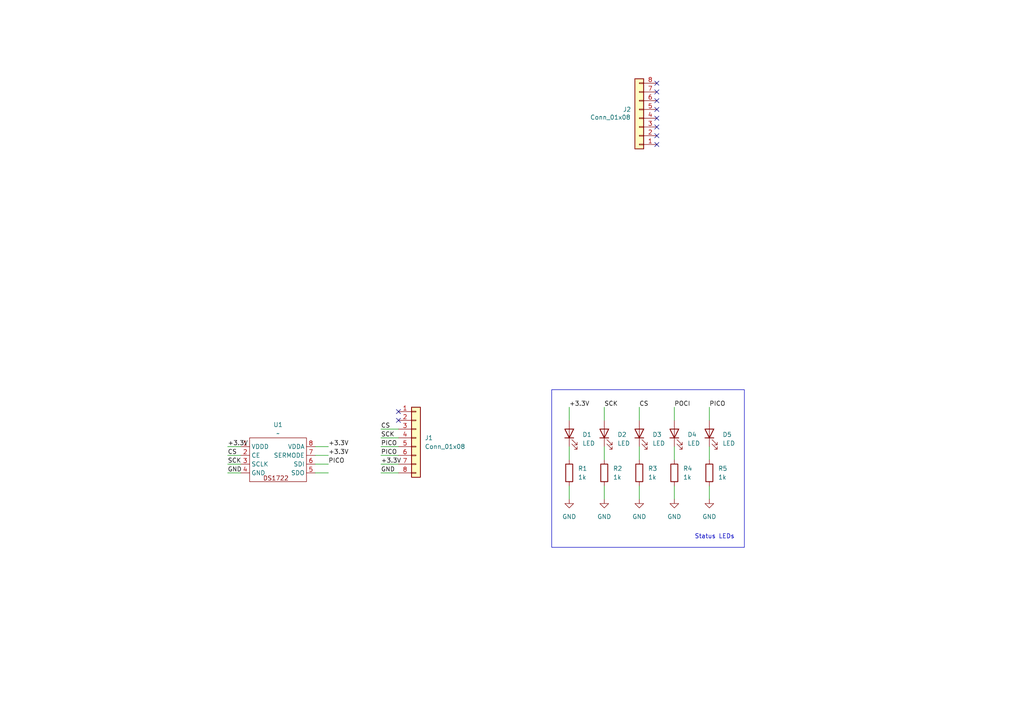
<source format=kicad_sch>
(kicad_sch (version 20231120) (generator "eeschema") (generator_version "8.0")
  (paper "A4")
  (title_block (title "Interface to DS1722") (date "2024-10-1") (rev "v01") (comment 1 "Author: Troy Kaufman"))
  (lib_symbols
    (symbol "Connector_Generic:Conn_01x08" (pin_names (offset 1.016) hide)
      (property "Reference" "J" (at 0 10.16 0))
      (property "Value" "Conn_01x08" (at 0 -12.7 0))
      (symbol "Conn_01x08_1_1"
        (rectangle (start -1.27 -10.033) (end 0 -10.287) (stroke (width 0.1524)))
        (rectangle (start -1.27 -7.493) (end 0 -7.747) (stroke (width 0.1524)))
        (rectangle (start -1.27 -4.953) (end 0 -5.207) (stroke (width 0.1524)))
        (rectangle (start -1.27 -2.413) (end 0 -2.667) (stroke (width 0.1524)))
        (rectangle (start -1.27 0.127) (end 0 -0.127) (stroke (width 0.1524)))
        (rectangle (start -1.27 2.667) (end 0 2.413) (stroke (width 0.1524)))
        (rectangle (start -1.27 5.207) (end 0 4.953) (stroke (width 0.1524)))
        (rectangle (start -1.27 7.747) (end 0 7.493) (stroke (width 0.1524)))
        (rectangle (start -1.27 8.89) (end 1.27 -11.43) (stroke (width 0.254)) (fill (type background)))
        (pin passive line (at -5.08 7.62 0) (length 3.81) (name "Pin_1") (number "1"))
        (pin passive line (at -5.08 5.08 0) (length 3.81) (name "Pin_2") (number "2"))
        (pin passive line (at -5.08 2.54 0) (length 3.81) (name "Pin_3") (number "3"))
        (pin passive line (at -5.08 0 0) (length 3.81) (name "Pin_4") (number "4"))
        (pin passive line (at -5.08 -2.54 0) (length 3.81) (name "Pin_5") (number "5"))
        (pin passive line (at -5.08 -5.08 0) (length 3.81) (name "Pin_6") (number "6"))
        (pin passive line (at -5.08 -7.62 0) (length 3.81) (name "Pin_7") (number "7"))
        (pin passive line (at -5.08 -10.16 0) (length 3.81) (name "Pin_8") (number "8"))
      )
    )
    (symbol "DS1722_sensor:DS1722"
      (property "Reference" "U1" (at 0.508 7.62 0))
      (symbol "DS1722_0_1"
        (rectangle (start -7.62 6.35) (end 8.89 -6.35))
      )
      (symbol "DS1722_1_1"
        (text "DS1722" (at 0 -5.334 0) (effects (font (size 1.27 1.27))))
        (pin input line (at -10.16 3.81 0) (length 2.54) (name "VDDD") (number "1"))
        (pin input line (at -10.16 1.27 0) (length 2.54) (name "CE") (number "2"))
        (pin input line (at -10.16 -1.27 0) (length 2.54) (name "SCLK") (number "3"))
        (pin input line (at -10.16 -3.81 0) (length 2.54) (name "GND") (number "4"))
        (pin output line (at 11.43 -3.81 180) (length 2.54) (name "SDO") (number "5"))
        (pin input line (at 11.43 -1.27 180) (length 2.54) (name "SDI") (number "6"))
        (pin input line (at 11.43 1.27 180) (length 2.54) (name "SERMODE") (number "7"))
        (pin input line (at 11.43 3.81 180) (length 2.54) (name "VDDA") (number "8"))
      )
    )
    (symbol "Device:LED" (pin_numbers hide) (pin_names (offset 1.016) hide)
      (property "Reference" "D" (at 0 2.54 0))
      (property "Value" "LED" (at 0 -2.54 0))
      (symbol "LED_0_1"
        (polyline (pts (xy -1.27 -1.27) (xy -1.27 1.27)) (stroke (width 0.254)))
        (polyline (pts (xy -1.27 0) (xy 1.27 0)))
        (polyline (pts (xy 1.27 -1.27) (xy 1.27 1.27) (xy -1.27 0) (xy 1.27 -1.27)) (stroke (width 0.254)))
        (polyline (pts (xy -3.048 -0.762) (xy -4.572 -2.286) (xy -3.81 -2.286) (xy -4.572 -2.286) (xy -4.572 -1.524)))
        (polyline (pts (xy -1.778 -0.762) (xy -3.302 -2.286) (xy -2.54 -2.286) (xy -3.302 -2.286) (xy -3.302 -1.524)))
      )
      (symbol "LED_1_1"
        (pin passive line (at -3.81 0 0) (length 2.54) (name "K") (number "1"))
        (pin passive line (at 3.81 0 180) (length 2.54) (name "A") (number "2"))
      )
    )
    (symbol "Device:R" (pin_numbers hide) (pin_names (offset 0))
      (property "Reference" "R" (at 2.032 0 90))
      (property "Value" "R" (at 0 0 90))
      (symbol "R_0_1"
        (rectangle (start -1.016 -2.54) (end 1.016 2.54) (stroke (width 0.254)))
      )
      (symbol "R_1_1"
        (pin passive line (at 0 3.81 270) (length 1.27) (name "~") (number "1"))
        (pin passive line (at 0 -3.81 90) (length 1.27) (name "~") (number "2"))
      )
    )
    (symbol "power:GND" (power) (pin_numbers hide) (pin_names (offset 0) hide)
      (property "Value" "GND" (at 0 -3.81 0))
      (symbol "GND_0_1"
        (polyline (pts (xy 0 0) (xy 0 -1.27) (xy 1.27 -1.27) (xy 0 -2.54) (xy -1.27 -1.27) (xy 0 -1.27)))
      )
      (symbol "GND_1_1"
        (pin power_in line (at 0 0 270) (length 0) (name "~") (number "1"))
      )
    )
  )
  (no_connect (at 115.57 119.38))
  (no_connect (at 190.5 39.37))
  (no_connect (at 190.5 41.91))
  (no_connect (at 190.5 36.83))
  (no_connect (at 190.5 31.75))
  (no_connect (at 115.57 121.92))
  (no_connect (at 190.5 34.29))
  (no_connect (at 190.5 24.13))
  (no_connect (at 190.5 26.67))
  (no_connect (at 190.5 29.21))
  (wire (pts (xy 66.04 129.54) (xy 69.85 129.54)))
  (wire (pts (xy 165.1 140.97) (xy 165.1 144.78)))
  (wire (pts (xy 165.1 129.54) (xy 165.1 133.35)))
  (wire (pts (xy 110.49 124.46) (xy 115.57 124.46)))
  (wire (pts (xy 110.49 129.54) (xy 115.57 129.54)))
  (wire (pts (xy 205.74 140.97) (xy 205.74 144.78)))
  (wire (pts (xy 110.49 137.16) (xy 115.57 137.16)))
  (wire (pts (xy 91.44 129.54) (xy 95.25 129.54)))
  (wire (pts (xy 110.49 127) (xy 115.57 127)))
  (wire (pts (xy 205.74 129.54) (xy 205.74 133.35)))
  (wire (pts (xy 91.44 132.08) (xy 95.25 132.08)))
  (wire (pts (xy 195.58 129.54) (xy 195.58 133.35)))
  (wire (pts (xy 175.26 129.54) (xy 175.26 133.35)))
  (wire (pts (xy 165.1 118.11) (xy 165.1 121.92)))
  (wire (pts (xy 185.42 129.54) (xy 185.42 133.35)))
  (wire (pts (xy 66.04 132.08) (xy 69.85 132.08)))
  (wire (pts (xy 91.44 134.62) (xy 95.25 134.62)))
  (wire (pts (xy 175.26 140.97) (xy 175.26 144.78)))
  (wire (pts (xy 185.42 118.11) (xy 185.42 121.92)))
  (wire (pts (xy 110.49 132.08) (xy 115.57 132.08)))
  (wire (pts (xy 175.26 118.11) (xy 175.26 121.92)))
  (wire (pts (xy 66.04 137.16) (xy 69.85 137.16)))
  (wire (pts (xy 110.49 134.62) (xy 115.57 134.62)))
  (wire (pts (xy 66.04 134.62) (xy 69.85 134.62)))
  (wire (pts (xy 185.42 140.97) (xy 185.42 144.78)))
  (wire (pts (xy 195.58 118.11) (xy 195.58 121.92)))
  (wire (pts (xy 195.58 140.97) (xy 195.58 144.78)))
  (wire (pts (xy 91.44 137.16) (xy 95.25 137.16)))
  (wire (pts (xy 205.74 118.11) (xy 205.74 121.92)))
  (rectangle (start 160.02 113.03) (end 215.9 158.75))
  (text "Status LEDs" (at 207.264 155.702 0) (effects (font (size 1.27 1.27))))
  (label "+3.3V" (at 66.04 129.54 0))
  (label "PICO" (at 205.74 118.11 0))
  (label "PICO" (at 110.49 129.54 0))
  (label "SCK" (at 110.49 127 0))
  (label "+3.3V" (at 95.25 132.08 0))
  (label "PICO" (at 110.49 132.08 0))
  (label "SCK" (at 175.26 118.11 0))
  (label "+3.3V" (at 95.25 129.54 0))
  (label "GND" (at 66.04 137.16 0))
  (label "CS" (at 66.04 132.08 0))
  (label "+3.3V" (at 165.1 118.11 0))
  (label "+3.3V" (at 110.49 134.62 0))
  (label "GND" (at 110.49 137.16 0))
  (label "CS" (at 110.49 124.46 0))
  (label "SCK" (at 66.04 134.62 0))
  (label "CS" (at 185.42 118.11 0))
  (label "PICO" (at 95.25 134.62 0))
  (label "POCI" (at 195.58 118.11 0))
  (symbol (lib_id "DS1722_sensor:DS1722") (at 80.01 133.35 0) (unit 1)
    (property "Reference" "U1" (at 80.645 123.19 0))
    (property "Value" "~" (at 80.645 125.73 0))
  )
  (symbol (lib_id "power:GND") (at 205.74 144.78 0) (unit 1)
    (property "Reference" "#PWR05" (effects (hide yes)))
    (property "Value" "GND" (at 205.74 149.86 0))
    (property "Description" "Power symbol creates a global label with name \"GND\" , ground" (effects (hide yes)))
  )
  (symbol (lib_id "Device:R") (at 175.26 137.16 0) (unit 1)
    (property "Reference" "R2" (at 177.8 135.8899 0) (effects (justify left)))
    (property "Value" "1k" (at 177.8 138.4299 0) (effects (justify left)))
    (property "Description" "Resistor" (effects (hide yes)))
  )
  (symbol (lib_id "power:GND") (at 165.1 144.78 0) (unit 1)
    (property "Reference" "#PWR01" (effects (hide yes)))
    (property "Value" "GND" (at 165.1 149.86 0))
    (property "Description" "Power symbol creates a global label with name \"GND\" , ground" (effects (hide yes)))
  )
  (symbol (lib_id "Device:R") (at 195.58 137.16 0) (unit 1)
    (property "Reference" "R4" (at 198.12 135.8899 0) (effects (justify left)))
    (property "Value" "1k" (at 198.12 138.4299 0) (effects (justify left)))
    (property "Description" "Resistor" (effects (hide yes)))
  )
  (symbol (lib_id "Device:LED") (at 185.42 125.73 90) (unit 1)
    (property "Reference" "D3" (at 189.23 126.0474 90) (effects (justify right)))
    (property "Value" "LED" (at 189.23 128.5874 90) (effects (justify right)))
    (property "Description" "Light emitting diode" (effects (hide yes)))
  )
  (symbol (lib_id "Device:LED") (at 175.26 125.73 90) (unit 1)
    (property "Reference" "D2" (at 179.07 126.0474 90) (effects (justify right)))
    (property "Value" "LED" (at 179.07 128.5874 90) (effects (justify right)))
    (property "Description" "Light emitting diode" (effects (hide yes)))
  )
  (symbol (lib_id "power:GND") (at 175.26 144.78 0) (unit 1)
    (property "Reference" "#PWR02" (effects (hide yes)))
    (property "Value" "GND" (at 175.26 149.86 0))
    (property "Description" "Power symbol creates a global label with name \"GND\" , ground" (effects (hide yes)))
  )
  (symbol (lib_id "Device:R") (at 205.74 137.16 0) (unit 1)
    (property "Reference" "R5" (at 208.28 135.8899 0) (effects (justify left)))
    (property "Value" "1k" (at 208.28 138.4299 0) (effects (justify left)))
    (property "Description" "Resistor" (effects (hide yes)))
  )
  (symbol (lib_id "Device:R") (at 185.42 137.16 0) (unit 1)
    (property "Reference" "R3" (at 187.96 135.8899 0) (effects (justify left)))
    (property "Value" "1k" (at 187.96 138.4299 0) (effects (justify left)))
    (property "Description" "Resistor" (effects (hide yes)))
  )
  (symbol (lib_id "Device:R") (at 165.1 137.16 0) (unit 1)
    (property "Reference" "R1" (at 167.64 135.8899 0) (effects (justify left)))
    (property "Value" "1k" (at 167.64 138.4299 0) (effects (justify left)))
    (property "Description" "Resistor" (effects (hide yes)))
  )
  (symbol (lib_id "power:GND") (at 185.42 144.78 0) (unit 1)
    (property "Reference" "#PWR03" (effects (hide yes)))
    (property "Value" "GND" (at 185.42 149.86 0))
    (property "Description" "Power symbol creates a global label with name \"GND\" , ground" (effects (hide yes)))
  )
  (symbol (lib_id "Device:LED") (at 165.1 125.73 90) (unit 1)
    (property "Reference" "D1" (at 168.91 126.0474 90) (effects (justify right)))
    (property "Value" "LED" (at 168.91 128.5874 90) (effects (justify right)))
    (property "Description" "Light emitting diode" (effects (hide yes)))
  )
  (symbol (lib_id "Device:LED") (at 205.74 125.73 90) (unit 1)
    (property "Reference" "D5" (at 209.55 126.0474 90) (effects (justify right)))
    (property "Value" "LED" (at 209.55 128.5874 90) (effects (justify right)))
    (property "Description" "Light emitting diode" (effects (hide yes)))
  )
  (symbol (lib_id "Connector_Generic:Conn_01x08") (at 185.42 34.29 180) (unit 1)
    (property "Reference" "J2" (at 181.864 31.75 0))
    (property "Value" "Conn_01x08" (at 177.038 34.036 0))
    (property "Description" "Generic connector, single row, 01x08, script generated (kicad-library-utils/schlib/autogen/connector/)" (effects (hide yes)))
  )
  (symbol (lib_id "Device:LED") (at 195.58 125.73 90) (unit 1)
    (property "Reference" "D4" (at 199.39 126.0474 90) (effects (justify right)))
    (property "Value" "LED" (at 199.39 128.5874 90) (effects (justify right)))
    (property "Description" "Light emitting diode" (effects (hide yes)))
  )
  (symbol (lib_id "Connector_Generic:Conn_01x08") (at 120.65 127 0) (unit 1)
    (property "Reference" "J1" (at 123.19 126.9999 0) (effects (justify left)))
    (property "Value" "Conn_01x08" (at 123.19 129.5399 0) (effects (justify left)))
    (property "Description" "Generic connector, single row, 01x08, script generated (kicad-library-utils/schlib/autogen/connector/)" (effects (hide yes)))
  )
  (symbol (lib_id "power:GND") (at 195.58 144.78 0) (unit 1)
    (property "Reference" "#PWR04" (effects (hide yes)))
    (property "Value" "GND" (at 195.58 149.86 0))
    (property "Description" "Power symbol creates a global label with name \"GND\" , ground" (effects (hide yes)))
  )
)
</source>
